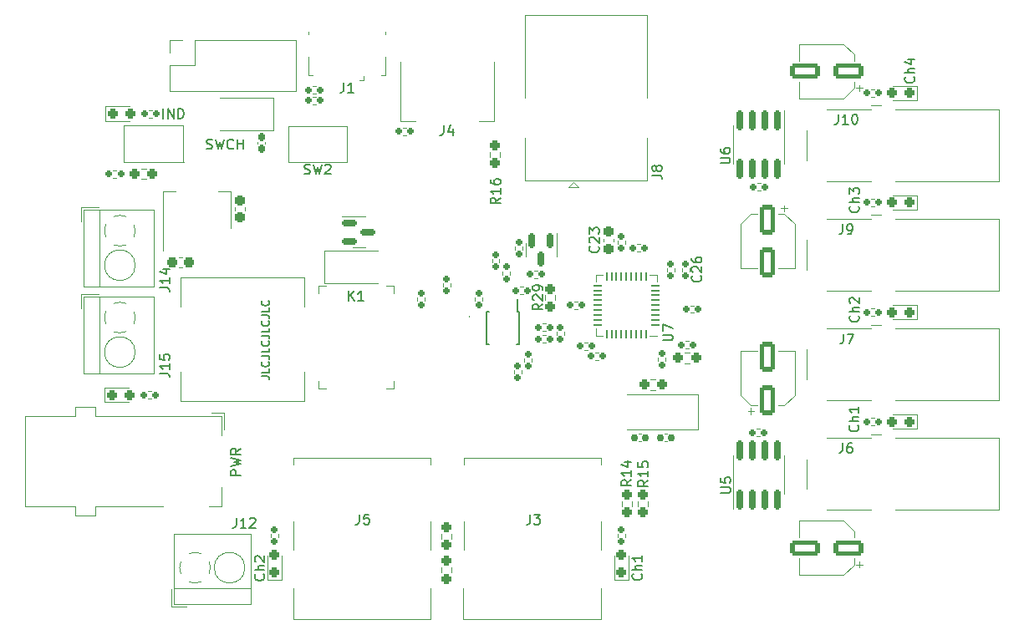
<source format=gto>
G04 #@! TF.GenerationSoftware,KiCad,Pcbnew,(6.0.2)*
G04 #@! TF.CreationDate,2022-10-12T22:23:14+11:00*
G04 #@! TF.ProjectId,usb_xwitch,7573625f-7877-4697-9463-682e6b696361,0.2*
G04 #@! TF.SameCoordinates,Original*
G04 #@! TF.FileFunction,Legend,Top*
G04 #@! TF.FilePolarity,Positive*
%FSLAX46Y46*%
G04 Gerber Fmt 4.6, Leading zero omitted, Abs format (unit mm)*
G04 Created by KiCad (PCBNEW (6.0.2)) date 2022-10-12 22:23:14*
%MOMM*%
%LPD*%
G01*
G04 APERTURE LIST*
G04 Aperture macros list*
%AMRoundRect*
0 Rectangle with rounded corners*
0 $1 Rounding radius*
0 $2 $3 $4 $5 $6 $7 $8 $9 X,Y pos of 4 corners*
0 Add a 4 corners polygon primitive as box body*
4,1,4,$2,$3,$4,$5,$6,$7,$8,$9,$2,$3,0*
0 Add four circle primitives for the rounded corners*
1,1,$1+$1,$2,$3*
1,1,$1+$1,$4,$5*
1,1,$1+$1,$6,$7*
1,1,$1+$1,$8,$9*
0 Add four rect primitives between the rounded corners*
20,1,$1+$1,$2,$3,$4,$5,0*
20,1,$1+$1,$4,$5,$6,$7,0*
20,1,$1+$1,$6,$7,$8,$9,0*
20,1,$1+$1,$8,$9,$2,$3,0*%
G04 Aperture macros list end*
%ADD10C,0.150000*%
%ADD11C,0.120000*%
%ADD12C,6.400000*%
%ADD13RoundRect,0.062500X0.350000X0.062500X-0.350000X0.062500X-0.350000X-0.062500X0.350000X-0.062500X0*%
%ADD14RoundRect,0.062500X0.062500X0.350000X-0.062500X0.350000X-0.062500X-0.350000X0.062500X-0.350000X0*%
%ADD15R,3.700000X3.700000*%
%ADD16R,1.600000X1.600000*%
%ADD17C,1.600000*%
%ADD18C,2.150000*%
%ADD19RoundRect,0.237500X0.237500X-0.250000X0.237500X0.250000X-0.237500X0.250000X-0.237500X-0.250000X0*%
%ADD20RoundRect,0.237500X0.300000X0.237500X-0.300000X0.237500X-0.300000X-0.237500X0.300000X-0.237500X0*%
%ADD21RoundRect,0.160000X-0.197500X-0.160000X0.197500X-0.160000X0.197500X0.160000X-0.197500X0.160000X0*%
%ADD22RoundRect,0.237500X0.250000X0.237500X-0.250000X0.237500X-0.250000X-0.237500X0.250000X-0.237500X0*%
%ADD23R,1.700000X1.700000*%
%ADD24C,1.700000*%
%ADD25C,3.500000*%
%ADD26RoundRect,0.155000X0.212500X0.155000X-0.212500X0.155000X-0.212500X-0.155000X0.212500X-0.155000X0*%
%ADD27RoundRect,0.250000X1.250000X0.550000X-1.250000X0.550000X-1.250000X-0.550000X1.250000X-0.550000X0*%
%ADD28RoundRect,0.237500X-0.237500X0.300000X-0.237500X-0.300000X0.237500X-0.300000X0.237500X0.300000X0*%
%ADD29RoundRect,0.150000X-0.150000X0.587500X-0.150000X-0.587500X0.150000X-0.587500X0.150000X0.587500X0*%
%ADD30RoundRect,0.155000X-0.212500X-0.155000X0.212500X-0.155000X0.212500X0.155000X-0.212500X0.155000X0*%
%ADD31RoundRect,0.160000X0.197500X0.160000X-0.197500X0.160000X-0.197500X-0.160000X0.197500X-0.160000X0*%
%ADD32R,2.000000X4.600000*%
%ADD33O,2.000000X4.200000*%
%ADD34O,4.200000X2.000000*%
%ADD35RoundRect,0.160000X-0.160000X0.197500X-0.160000X-0.197500X0.160000X-0.197500X0.160000X0.197500X0*%
%ADD36RoundRect,0.237500X0.287500X0.237500X-0.287500X0.237500X-0.287500X-0.237500X0.287500X-0.237500X0*%
%ADD37RoundRect,0.160000X0.160000X-0.197500X0.160000X0.197500X-0.160000X0.197500X-0.160000X-0.197500X0*%
%ADD38RoundRect,0.150000X-0.587500X-0.150000X0.587500X-0.150000X0.587500X0.150000X-0.587500X0.150000X0*%
%ADD39R,1.500000X2.000000*%
%ADD40R,3.800000X2.000000*%
%ADD41R,1.250000X0.300000*%
%ADD42R,0.300000X1.200000*%
%ADD43R,0.725000X0.225000*%
%ADD44RoundRect,0.237500X-0.237500X0.250000X-0.237500X-0.250000X0.237500X-0.250000X0.237500X0.250000X0*%
%ADD45RoundRect,0.160000X0.160000X-0.222500X0.160000X0.222500X-0.160000X0.222500X-0.160000X-0.222500X0*%
%ADD46RoundRect,0.237500X0.237500X-0.300000X0.237500X0.300000X-0.237500X0.300000X-0.237500X-0.300000X0*%
%ADD47R,2.500000X1.800000*%
%ADD48R,0.400000X1.350000*%
%ADD49C,1.450000*%
%ADD50O,1.200000X1.900000*%
%ADD51R,1.500000X1.900000*%
%ADD52R,1.200000X1.900000*%
%ADD53RoundRect,0.237500X0.237500X-0.287500X0.237500X0.287500X-0.237500X0.287500X-0.237500X-0.287500X0*%
%ADD54RoundRect,0.237500X-0.250000X-0.237500X0.250000X-0.237500X0.250000X0.237500X-0.250000X0.237500X0*%
%ADD55RoundRect,0.250000X0.550000X-1.250000X0.550000X1.250000X-0.550000X1.250000X-0.550000X-1.250000X0*%
%ADD56O,0.950000X0.650000*%
%ADD57C,0.650000*%
%ADD58R,0.300000X0.700000*%
%ADD59O,0.800000X1.400000*%
%ADD60RoundRect,0.237500X-0.287500X-0.237500X0.287500X-0.237500X0.287500X0.237500X-0.287500X0.237500X0*%
%ADD61RoundRect,0.150000X0.150000X-0.825000X0.150000X0.825000X-0.150000X0.825000X-0.150000X-0.825000X0*%
%ADD62R,2.000000X1.500000*%
%ADD63C,1.200000*%
%ADD64R,2.900000X5.400000*%
%ADD65RoundRect,0.250000X-0.550000X1.250000X-0.550000X-1.250000X0.550000X-1.250000X0.550000X1.250000X0*%
%ADD66R,3.500000X2.400000*%
%ADD67R,2.660000X0.800000*%
%ADD68R,2.400000X2.400000*%
%ADD69C,2.400000*%
%ADD70O,1.700000X1.700000*%
%ADD71RoundRect,0.150000X-0.150000X0.825000X-0.150000X-0.825000X0.150000X-0.825000X0.150000X0.825000X0*%
%ADD72R,0.300000X1.400000*%
G04 APERTURE END LIST*
D10*
X114652380Y-125033333D02*
X113652380Y-125033333D01*
X113652380Y-124652380D01*
X113700000Y-124557142D01*
X113747619Y-124509523D01*
X113842857Y-124461904D01*
X113985714Y-124461904D01*
X114080952Y-124509523D01*
X114128571Y-124557142D01*
X114176190Y-124652380D01*
X114176190Y-125033333D01*
X113652380Y-124128571D02*
X114652380Y-123890476D01*
X113938095Y-123700000D01*
X114652380Y-123509523D01*
X113652380Y-123271428D01*
X114652380Y-122319047D02*
X114176190Y-122652380D01*
X114652380Y-122890476D02*
X113652380Y-122890476D01*
X113652380Y-122509523D01*
X113700000Y-122414285D01*
X113747619Y-122366666D01*
X113842857Y-122319047D01*
X113985714Y-122319047D01*
X114080952Y-122366666D01*
X114128571Y-122414285D01*
X114176190Y-122509523D01*
X114176190Y-122890476D01*
X177157142Y-119969047D02*
X177204761Y-120016666D01*
X177252380Y-120159523D01*
X177252380Y-120254761D01*
X177204761Y-120397619D01*
X177109523Y-120492857D01*
X177014285Y-120540476D01*
X176823809Y-120588095D01*
X176680952Y-120588095D01*
X176490476Y-120540476D01*
X176395238Y-120492857D01*
X176300000Y-120397619D01*
X176252380Y-120254761D01*
X176252380Y-120159523D01*
X176300000Y-120016666D01*
X176347619Y-119969047D01*
X177252380Y-119540476D02*
X176252380Y-119540476D01*
X177252380Y-119111904D02*
X176728571Y-119111904D01*
X176633333Y-119159523D01*
X176585714Y-119254761D01*
X176585714Y-119397619D01*
X176633333Y-119492857D01*
X176680952Y-119540476D01*
X177252380Y-118111904D02*
X177252380Y-118683333D01*
X177252380Y-118397619D02*
X176252380Y-118397619D01*
X176395238Y-118492857D01*
X176490476Y-118588095D01*
X176538095Y-118683333D01*
X116721904Y-114995238D02*
X117293333Y-114995238D01*
X117407619Y-115033333D01*
X117483809Y-115109523D01*
X117521904Y-115223809D01*
X117521904Y-115300000D01*
X117521904Y-114233333D02*
X117521904Y-114614285D01*
X116721904Y-114614285D01*
X117445714Y-113509523D02*
X117483809Y-113547619D01*
X117521904Y-113661904D01*
X117521904Y-113738095D01*
X117483809Y-113852380D01*
X117407619Y-113928571D01*
X117331428Y-113966666D01*
X117179047Y-114004761D01*
X117064761Y-114004761D01*
X116912380Y-113966666D01*
X116836190Y-113928571D01*
X116760000Y-113852380D01*
X116721904Y-113738095D01*
X116721904Y-113661904D01*
X116760000Y-113547619D01*
X116798095Y-113509523D01*
X116721904Y-112938095D02*
X117293333Y-112938095D01*
X117407619Y-112976190D01*
X117483809Y-113052380D01*
X117521904Y-113166666D01*
X117521904Y-113242857D01*
X117521904Y-112176190D02*
X117521904Y-112557142D01*
X116721904Y-112557142D01*
X117445714Y-111452380D02*
X117483809Y-111490476D01*
X117521904Y-111604761D01*
X117521904Y-111680952D01*
X117483809Y-111795238D01*
X117407619Y-111871428D01*
X117331428Y-111909523D01*
X117179047Y-111947619D01*
X117064761Y-111947619D01*
X116912380Y-111909523D01*
X116836190Y-111871428D01*
X116760000Y-111795238D01*
X116721904Y-111680952D01*
X116721904Y-111604761D01*
X116760000Y-111490476D01*
X116798095Y-111452380D01*
X116721904Y-110880952D02*
X117293333Y-110880952D01*
X117407619Y-110919047D01*
X117483809Y-110995238D01*
X117521904Y-111109523D01*
X117521904Y-111185714D01*
X117521904Y-110119047D02*
X117521904Y-110500000D01*
X116721904Y-110500000D01*
X117445714Y-109395238D02*
X117483809Y-109433333D01*
X117521904Y-109547619D01*
X117521904Y-109623809D01*
X117483809Y-109738095D01*
X117407619Y-109814285D01*
X117331428Y-109852380D01*
X117179047Y-109890476D01*
X117064761Y-109890476D01*
X116912380Y-109852380D01*
X116836190Y-109814285D01*
X116760000Y-109738095D01*
X116721904Y-109623809D01*
X116721904Y-109547619D01*
X116760000Y-109433333D01*
X116798095Y-109395238D01*
X116721904Y-108823809D02*
X117293333Y-108823809D01*
X117407619Y-108861904D01*
X117483809Y-108938095D01*
X117521904Y-109052380D01*
X117521904Y-109128571D01*
X117521904Y-108061904D02*
X117521904Y-108442857D01*
X116721904Y-108442857D01*
X117445714Y-107338095D02*
X117483809Y-107376190D01*
X117521904Y-107490476D01*
X117521904Y-107566666D01*
X117483809Y-107680952D01*
X117407619Y-107757142D01*
X117331428Y-107795238D01*
X117179047Y-107833333D01*
X117064761Y-107833333D01*
X116912380Y-107795238D01*
X116836190Y-107757142D01*
X116760000Y-107680952D01*
X116721904Y-107566666D01*
X116721904Y-107490476D01*
X116760000Y-107376190D01*
X116798095Y-107338095D01*
X177207142Y-97769047D02*
X177254761Y-97816666D01*
X177302380Y-97959523D01*
X177302380Y-98054761D01*
X177254761Y-98197619D01*
X177159523Y-98292857D01*
X177064285Y-98340476D01*
X176873809Y-98388095D01*
X176730952Y-98388095D01*
X176540476Y-98340476D01*
X176445238Y-98292857D01*
X176350000Y-98197619D01*
X176302380Y-98054761D01*
X176302380Y-97959523D01*
X176350000Y-97816666D01*
X176397619Y-97769047D01*
X177302380Y-97340476D02*
X176302380Y-97340476D01*
X177302380Y-96911904D02*
X176778571Y-96911904D01*
X176683333Y-96959523D01*
X176635714Y-97054761D01*
X176635714Y-97197619D01*
X176683333Y-97292857D01*
X176730952Y-97340476D01*
X176302380Y-96530952D02*
X176302380Y-95911904D01*
X176683333Y-96245238D01*
X176683333Y-96102380D01*
X176730952Y-96007142D01*
X176778571Y-95959523D01*
X176873809Y-95911904D01*
X177111904Y-95911904D01*
X177207142Y-95959523D01*
X177254761Y-96007142D01*
X177302380Y-96102380D01*
X177302380Y-96388095D01*
X177254761Y-96483333D01*
X177207142Y-96530952D01*
X155207142Y-135019047D02*
X155254761Y-135066666D01*
X155302380Y-135209523D01*
X155302380Y-135304761D01*
X155254761Y-135447619D01*
X155159523Y-135542857D01*
X155064285Y-135590476D01*
X154873809Y-135638095D01*
X154730952Y-135638095D01*
X154540476Y-135590476D01*
X154445238Y-135542857D01*
X154350000Y-135447619D01*
X154302380Y-135304761D01*
X154302380Y-135209523D01*
X154350000Y-135066666D01*
X154397619Y-135019047D01*
X155302380Y-134590476D02*
X154302380Y-134590476D01*
X155302380Y-134161904D02*
X154778571Y-134161904D01*
X154683333Y-134209523D01*
X154635714Y-134304761D01*
X154635714Y-134447619D01*
X154683333Y-134542857D01*
X154730952Y-134590476D01*
X155302380Y-133161904D02*
X155302380Y-133733333D01*
X155302380Y-133447619D02*
X154302380Y-133447619D01*
X154445238Y-133542857D01*
X154540476Y-133638095D01*
X154588095Y-133733333D01*
X111179047Y-91934761D02*
X111321904Y-91982380D01*
X111560000Y-91982380D01*
X111655238Y-91934761D01*
X111702857Y-91887142D01*
X111750476Y-91791904D01*
X111750476Y-91696666D01*
X111702857Y-91601428D01*
X111655238Y-91553809D01*
X111560000Y-91506190D01*
X111369523Y-91458571D01*
X111274285Y-91410952D01*
X111226666Y-91363333D01*
X111179047Y-91268095D01*
X111179047Y-91172857D01*
X111226666Y-91077619D01*
X111274285Y-91030000D01*
X111369523Y-90982380D01*
X111607619Y-90982380D01*
X111750476Y-91030000D01*
X112083809Y-90982380D02*
X112321904Y-91982380D01*
X112512380Y-91268095D01*
X112702857Y-91982380D01*
X112940952Y-90982380D01*
X113893333Y-91887142D02*
X113845714Y-91934761D01*
X113702857Y-91982380D01*
X113607619Y-91982380D01*
X113464761Y-91934761D01*
X113369523Y-91839523D01*
X113321904Y-91744285D01*
X113274285Y-91553809D01*
X113274285Y-91410952D01*
X113321904Y-91220476D01*
X113369523Y-91125238D01*
X113464761Y-91030000D01*
X113607619Y-90982380D01*
X113702857Y-90982380D01*
X113845714Y-91030000D01*
X113893333Y-91077619D01*
X114321904Y-91982380D02*
X114321904Y-90982380D01*
X114321904Y-91458571D02*
X114893333Y-91458571D01*
X114893333Y-91982380D02*
X114893333Y-90982380D01*
X182807142Y-84669047D02*
X182854761Y-84716666D01*
X182902380Y-84859523D01*
X182902380Y-84954761D01*
X182854761Y-85097619D01*
X182759523Y-85192857D01*
X182664285Y-85240476D01*
X182473809Y-85288095D01*
X182330952Y-85288095D01*
X182140476Y-85240476D01*
X182045238Y-85192857D01*
X181950000Y-85097619D01*
X181902380Y-84954761D01*
X181902380Y-84859523D01*
X181950000Y-84716666D01*
X181997619Y-84669047D01*
X182902380Y-84240476D02*
X181902380Y-84240476D01*
X182902380Y-83811904D02*
X182378571Y-83811904D01*
X182283333Y-83859523D01*
X182235714Y-83954761D01*
X182235714Y-84097619D01*
X182283333Y-84192857D01*
X182330952Y-84240476D01*
X182235714Y-82907142D02*
X182902380Y-82907142D01*
X181854761Y-83145238D02*
X182569047Y-83383333D01*
X182569047Y-82764285D01*
X177207142Y-108869047D02*
X177254761Y-108916666D01*
X177302380Y-109059523D01*
X177302380Y-109154761D01*
X177254761Y-109297619D01*
X177159523Y-109392857D01*
X177064285Y-109440476D01*
X176873809Y-109488095D01*
X176730952Y-109488095D01*
X176540476Y-109440476D01*
X176445238Y-109392857D01*
X176350000Y-109297619D01*
X176302380Y-109154761D01*
X176302380Y-109059523D01*
X176350000Y-108916666D01*
X176397619Y-108869047D01*
X177302380Y-108440476D02*
X176302380Y-108440476D01*
X177302380Y-108011904D02*
X176778571Y-108011904D01*
X176683333Y-108059523D01*
X176635714Y-108154761D01*
X176635714Y-108297619D01*
X176683333Y-108392857D01*
X176730952Y-108440476D01*
X176397619Y-107583333D02*
X176350000Y-107535714D01*
X176302380Y-107440476D01*
X176302380Y-107202380D01*
X176350000Y-107107142D01*
X176397619Y-107059523D01*
X176492857Y-107011904D01*
X176588095Y-107011904D01*
X176730952Y-107059523D01*
X177302380Y-107630952D01*
X177302380Y-107011904D01*
X106786190Y-88882380D02*
X106786190Y-87882380D01*
X107262380Y-88882380D02*
X107262380Y-87882380D01*
X107833809Y-88882380D01*
X107833809Y-87882380D01*
X108310000Y-88882380D02*
X108310000Y-87882380D01*
X108548095Y-87882380D01*
X108690952Y-87930000D01*
X108786190Y-88025238D01*
X108833809Y-88120476D01*
X108881428Y-88310952D01*
X108881428Y-88453809D01*
X108833809Y-88644285D01*
X108786190Y-88739523D01*
X108690952Y-88834761D01*
X108548095Y-88882380D01*
X108310000Y-88882380D01*
X116957142Y-135069047D02*
X117004761Y-135116666D01*
X117052380Y-135259523D01*
X117052380Y-135354761D01*
X117004761Y-135497619D01*
X116909523Y-135592857D01*
X116814285Y-135640476D01*
X116623809Y-135688095D01*
X116480952Y-135688095D01*
X116290476Y-135640476D01*
X116195238Y-135592857D01*
X116100000Y-135497619D01*
X116052380Y-135354761D01*
X116052380Y-135259523D01*
X116100000Y-135116666D01*
X116147619Y-135069047D01*
X117052380Y-134640476D02*
X116052380Y-134640476D01*
X117052380Y-134211904D02*
X116528571Y-134211904D01*
X116433333Y-134259523D01*
X116385714Y-134354761D01*
X116385714Y-134497619D01*
X116433333Y-134592857D01*
X116480952Y-134640476D01*
X116147619Y-133783333D02*
X116100000Y-133735714D01*
X116052380Y-133640476D01*
X116052380Y-133402380D01*
X116100000Y-133307142D01*
X116147619Y-133259523D01*
X116242857Y-133211904D01*
X116338095Y-133211904D01*
X116480952Y-133259523D01*
X117052380Y-133830952D01*
X117052380Y-133211904D01*
X157402380Y-111361904D02*
X158211904Y-111361904D01*
X158307142Y-111314285D01*
X158354761Y-111266666D01*
X158402380Y-111171428D01*
X158402380Y-110980952D01*
X158354761Y-110885714D01*
X158307142Y-110838095D01*
X158211904Y-110790476D01*
X157402380Y-110790476D01*
X157402380Y-110409523D02*
X157402380Y-109742857D01*
X158402380Y-110171428D01*
X175606666Y-121752380D02*
X175606666Y-122466666D01*
X175559047Y-122609523D01*
X175463809Y-122704761D01*
X175320952Y-122752380D01*
X175225714Y-122752380D01*
X176511428Y-121752380D02*
X176320952Y-121752380D01*
X176225714Y-121800000D01*
X176178095Y-121847619D01*
X176082857Y-121990476D01*
X176035238Y-122180952D01*
X176035238Y-122561904D01*
X176082857Y-122657142D01*
X176130476Y-122704761D01*
X176225714Y-122752380D01*
X176416190Y-122752380D01*
X176511428Y-122704761D01*
X176559047Y-122657142D01*
X176606666Y-122561904D01*
X176606666Y-122323809D01*
X176559047Y-122228571D01*
X176511428Y-122180952D01*
X176416190Y-122133333D01*
X176225714Y-122133333D01*
X176130476Y-122180952D01*
X176082857Y-122228571D01*
X176035238Y-122323809D01*
X145227380Y-107667857D02*
X144751190Y-108001190D01*
X145227380Y-108239285D02*
X144227380Y-108239285D01*
X144227380Y-107858333D01*
X144275000Y-107763095D01*
X144322619Y-107715476D01*
X144417857Y-107667857D01*
X144560714Y-107667857D01*
X144655952Y-107715476D01*
X144703571Y-107763095D01*
X144751190Y-107858333D01*
X144751190Y-108239285D01*
X144322619Y-107286904D02*
X144275000Y-107239285D01*
X144227380Y-107144047D01*
X144227380Y-106905952D01*
X144275000Y-106810714D01*
X144322619Y-106763095D01*
X144417857Y-106715476D01*
X144513095Y-106715476D01*
X144655952Y-106763095D01*
X145227380Y-107334523D01*
X145227380Y-106715476D01*
X145227380Y-106239285D02*
X145227380Y-106048809D01*
X145179761Y-105953571D01*
X145132142Y-105905952D01*
X144989285Y-105810714D01*
X144798809Y-105763095D01*
X144417857Y-105763095D01*
X144322619Y-105810714D01*
X144275000Y-105858333D01*
X144227380Y-105953571D01*
X144227380Y-106144047D01*
X144275000Y-106239285D01*
X144322619Y-106286904D01*
X144417857Y-106334523D01*
X144655952Y-106334523D01*
X144751190Y-106286904D01*
X144798809Y-106239285D01*
X144846428Y-106144047D01*
X144846428Y-105953571D01*
X144798809Y-105858333D01*
X144751190Y-105810714D01*
X144655952Y-105763095D01*
X156302380Y-94633333D02*
X157016666Y-94633333D01*
X157159523Y-94680952D01*
X157254761Y-94776190D01*
X157302380Y-94919047D01*
X157302380Y-95014285D01*
X156730952Y-94014285D02*
X156683333Y-94109523D01*
X156635714Y-94157142D01*
X156540476Y-94204761D01*
X156492857Y-94204761D01*
X156397619Y-94157142D01*
X156350000Y-94109523D01*
X156302380Y-94014285D01*
X156302380Y-93823809D01*
X156350000Y-93728571D01*
X156397619Y-93680952D01*
X156492857Y-93633333D01*
X156540476Y-93633333D01*
X156635714Y-93680952D01*
X156683333Y-93728571D01*
X156730952Y-93823809D01*
X156730952Y-94014285D01*
X156778571Y-94109523D01*
X156826190Y-94157142D01*
X156921428Y-94204761D01*
X157111904Y-94204761D01*
X157207142Y-94157142D01*
X157254761Y-94109523D01*
X157302380Y-94014285D01*
X157302380Y-93823809D01*
X157254761Y-93728571D01*
X157207142Y-93680952D01*
X157111904Y-93633333D01*
X156921428Y-93633333D01*
X156826190Y-93680952D01*
X156778571Y-93728571D01*
X156730952Y-93823809D01*
X154202380Y-125492857D02*
X153726190Y-125826190D01*
X154202380Y-126064285D02*
X153202380Y-126064285D01*
X153202380Y-125683333D01*
X153250000Y-125588095D01*
X153297619Y-125540476D01*
X153392857Y-125492857D01*
X153535714Y-125492857D01*
X153630952Y-125540476D01*
X153678571Y-125588095D01*
X153726190Y-125683333D01*
X153726190Y-126064285D01*
X154202380Y-124540476D02*
X154202380Y-125111904D01*
X154202380Y-124826190D02*
X153202380Y-124826190D01*
X153345238Y-124921428D01*
X153440476Y-125016666D01*
X153488095Y-125111904D01*
X153535714Y-123683333D02*
X154202380Y-123683333D01*
X153154761Y-123921428D02*
X153869047Y-124159523D01*
X153869047Y-123540476D01*
X140942380Y-96912857D02*
X140466190Y-97246190D01*
X140942380Y-97484285D02*
X139942380Y-97484285D01*
X139942380Y-97103333D01*
X139990000Y-97008095D01*
X140037619Y-96960476D01*
X140132857Y-96912857D01*
X140275714Y-96912857D01*
X140370952Y-96960476D01*
X140418571Y-97008095D01*
X140466190Y-97103333D01*
X140466190Y-97484285D01*
X140942380Y-95960476D02*
X140942380Y-96531904D01*
X140942380Y-96246190D02*
X139942380Y-96246190D01*
X140085238Y-96341428D01*
X140180476Y-96436666D01*
X140228095Y-96531904D01*
X139942380Y-95103333D02*
X139942380Y-95293809D01*
X139990000Y-95389047D01*
X140037619Y-95436666D01*
X140180476Y-95531904D01*
X140370952Y-95579523D01*
X140751904Y-95579523D01*
X140847142Y-95531904D01*
X140894761Y-95484285D01*
X140942380Y-95389047D01*
X140942380Y-95198571D01*
X140894761Y-95103333D01*
X140847142Y-95055714D01*
X140751904Y-95008095D01*
X140513809Y-95008095D01*
X140418571Y-95055714D01*
X140370952Y-95103333D01*
X140323333Y-95198571D01*
X140323333Y-95389047D01*
X140370952Y-95484285D01*
X140418571Y-95531904D01*
X140513809Y-95579523D01*
X175606666Y-99602380D02*
X175606666Y-100316666D01*
X175559047Y-100459523D01*
X175463809Y-100554761D01*
X175320952Y-100602380D01*
X175225714Y-100602380D01*
X176130476Y-100602380D02*
X176320952Y-100602380D01*
X176416190Y-100554761D01*
X176463809Y-100507142D01*
X176559047Y-100364285D01*
X176606666Y-100173809D01*
X176606666Y-99792857D01*
X176559047Y-99697619D01*
X176511428Y-99650000D01*
X176416190Y-99602380D01*
X176225714Y-99602380D01*
X176130476Y-99650000D01*
X176082857Y-99697619D01*
X176035238Y-99792857D01*
X176035238Y-100030952D01*
X176082857Y-100126190D01*
X176130476Y-100173809D01*
X176225714Y-100221428D01*
X176416190Y-100221428D01*
X176511428Y-100173809D01*
X176559047Y-100126190D01*
X176606666Y-100030952D01*
X150847142Y-101842857D02*
X150894761Y-101890476D01*
X150942380Y-102033333D01*
X150942380Y-102128571D01*
X150894761Y-102271428D01*
X150799523Y-102366666D01*
X150704285Y-102414285D01*
X150513809Y-102461904D01*
X150370952Y-102461904D01*
X150180476Y-102414285D01*
X150085238Y-102366666D01*
X149990000Y-102271428D01*
X149942380Y-102128571D01*
X149942380Y-102033333D01*
X149990000Y-101890476D01*
X150037619Y-101842857D01*
X150037619Y-101461904D02*
X149990000Y-101414285D01*
X149942380Y-101319047D01*
X149942380Y-101080952D01*
X149990000Y-100985714D01*
X150037619Y-100938095D01*
X150132857Y-100890476D01*
X150228095Y-100890476D01*
X150370952Y-100938095D01*
X150942380Y-101509523D01*
X150942380Y-100890476D01*
X149942380Y-100557142D02*
X149942380Y-99938095D01*
X150323333Y-100271428D01*
X150323333Y-100128571D01*
X150370952Y-100033333D01*
X150418571Y-99985714D01*
X150513809Y-99938095D01*
X150751904Y-99938095D01*
X150847142Y-99985714D01*
X150894761Y-100033333D01*
X150942380Y-100128571D01*
X150942380Y-100414285D01*
X150894761Y-100509523D01*
X150847142Y-100557142D01*
X175694166Y-110702380D02*
X175694166Y-111416666D01*
X175646547Y-111559523D01*
X175551309Y-111654761D01*
X175408452Y-111702380D01*
X175313214Y-111702380D01*
X176075119Y-110702380D02*
X176741785Y-110702380D01*
X176313214Y-111702380D01*
X125066666Y-85254880D02*
X125066666Y-85969166D01*
X125019047Y-86112023D01*
X124923809Y-86207261D01*
X124780952Y-86254880D01*
X124685714Y-86254880D01*
X126066666Y-86254880D02*
X125495238Y-86254880D01*
X125780952Y-86254880D02*
X125780952Y-85254880D01*
X125685714Y-85397738D01*
X125590476Y-85492976D01*
X125495238Y-85540595D01*
X135216666Y-89562380D02*
X135216666Y-90276666D01*
X135169047Y-90419523D01*
X135073809Y-90514761D01*
X134930952Y-90562380D01*
X134835714Y-90562380D01*
X136121428Y-89895714D02*
X136121428Y-90562380D01*
X135883333Y-89514761D02*
X135645238Y-90229047D01*
X136264285Y-90229047D01*
X163252380Y-126811904D02*
X164061904Y-126811904D01*
X164157142Y-126764285D01*
X164204761Y-126716666D01*
X164252380Y-126621428D01*
X164252380Y-126430952D01*
X164204761Y-126335714D01*
X164157142Y-126288095D01*
X164061904Y-126240476D01*
X163252380Y-126240476D01*
X163252380Y-125288095D02*
X163252380Y-125764285D01*
X163728571Y-125811904D01*
X163680952Y-125764285D01*
X163633333Y-125669047D01*
X163633333Y-125430952D01*
X163680952Y-125335714D01*
X163728571Y-125288095D01*
X163823809Y-125240476D01*
X164061904Y-125240476D01*
X164157142Y-125288095D01*
X164204761Y-125335714D01*
X164252380Y-125430952D01*
X164252380Y-125669047D01*
X164204761Y-125764285D01*
X164157142Y-125811904D01*
X121096666Y-94474761D02*
X121239523Y-94522380D01*
X121477619Y-94522380D01*
X121572857Y-94474761D01*
X121620476Y-94427142D01*
X121668095Y-94331904D01*
X121668095Y-94236666D01*
X121620476Y-94141428D01*
X121572857Y-94093809D01*
X121477619Y-94046190D01*
X121287142Y-93998571D01*
X121191904Y-93950952D01*
X121144285Y-93903333D01*
X121096666Y-93808095D01*
X121096666Y-93712857D01*
X121144285Y-93617619D01*
X121191904Y-93570000D01*
X121287142Y-93522380D01*
X121525238Y-93522380D01*
X121668095Y-93570000D01*
X122001428Y-93522380D02*
X122239523Y-94522380D01*
X122430000Y-93808095D01*
X122620476Y-94522380D01*
X122858571Y-93522380D01*
X123191904Y-93617619D02*
X123239523Y-93570000D01*
X123334761Y-93522380D01*
X123572857Y-93522380D01*
X123668095Y-93570000D01*
X123715714Y-93617619D01*
X123763333Y-93712857D01*
X123763333Y-93808095D01*
X123715714Y-93950952D01*
X123144285Y-94522380D01*
X123763333Y-94522380D01*
X143966666Y-129002380D02*
X143966666Y-129716666D01*
X143919047Y-129859523D01*
X143823809Y-129954761D01*
X143680952Y-130002380D01*
X143585714Y-130002380D01*
X144347619Y-129002380D02*
X144966666Y-129002380D01*
X144633333Y-129383333D01*
X144776190Y-129383333D01*
X144871428Y-129430952D01*
X144919047Y-129478571D01*
X144966666Y-129573809D01*
X144966666Y-129811904D01*
X144919047Y-129907142D01*
X144871428Y-129954761D01*
X144776190Y-130002380D01*
X144490476Y-130002380D01*
X144395238Y-129954761D01*
X144347619Y-129907142D01*
X125561904Y-107352380D02*
X125561904Y-106352380D01*
X126133333Y-107352380D02*
X125704761Y-106780952D01*
X126133333Y-106352380D02*
X125561904Y-106923809D01*
X127085714Y-107352380D02*
X126514285Y-107352380D01*
X126800000Y-107352380D02*
X126800000Y-106352380D01*
X126704761Y-106495238D01*
X126609523Y-106590476D01*
X126514285Y-106638095D01*
X106452380Y-106009523D02*
X107166666Y-106009523D01*
X107309523Y-106057142D01*
X107404761Y-106152380D01*
X107452380Y-106295238D01*
X107452380Y-106390476D01*
X107452380Y-105009523D02*
X107452380Y-105580952D01*
X107452380Y-105295238D02*
X106452380Y-105295238D01*
X106595238Y-105390476D01*
X106690476Y-105485714D01*
X106738095Y-105580952D01*
X106785714Y-104152380D02*
X107452380Y-104152380D01*
X106404761Y-104390476D02*
X107119047Y-104628571D01*
X107119047Y-104009523D01*
X175180476Y-88452380D02*
X175180476Y-89166666D01*
X175132857Y-89309523D01*
X175037619Y-89404761D01*
X174894761Y-89452380D01*
X174799523Y-89452380D01*
X176180476Y-89452380D02*
X175609047Y-89452380D01*
X175894761Y-89452380D02*
X175894761Y-88452380D01*
X175799523Y-88595238D01*
X175704285Y-88690476D01*
X175609047Y-88738095D01*
X176799523Y-88452380D02*
X176894761Y-88452380D01*
X176990000Y-88500000D01*
X177037619Y-88547619D01*
X177085238Y-88642857D01*
X177132857Y-88833333D01*
X177132857Y-89071428D01*
X177085238Y-89261904D01*
X177037619Y-89357142D01*
X176990000Y-89404761D01*
X176894761Y-89452380D01*
X176799523Y-89452380D01*
X176704285Y-89404761D01*
X176656666Y-89357142D01*
X176609047Y-89261904D01*
X176561428Y-89071428D01*
X176561428Y-88833333D01*
X176609047Y-88642857D01*
X176656666Y-88547619D01*
X176704285Y-88500000D01*
X176799523Y-88452380D01*
X161227142Y-104822857D02*
X161274761Y-104870476D01*
X161322380Y-105013333D01*
X161322380Y-105108571D01*
X161274761Y-105251428D01*
X161179523Y-105346666D01*
X161084285Y-105394285D01*
X160893809Y-105441904D01*
X160750952Y-105441904D01*
X160560476Y-105394285D01*
X160465238Y-105346666D01*
X160370000Y-105251428D01*
X160322380Y-105108571D01*
X160322380Y-105013333D01*
X160370000Y-104870476D01*
X160417619Y-104822857D01*
X160417619Y-104441904D02*
X160370000Y-104394285D01*
X160322380Y-104299047D01*
X160322380Y-104060952D01*
X160370000Y-103965714D01*
X160417619Y-103918095D01*
X160512857Y-103870476D01*
X160608095Y-103870476D01*
X160750952Y-103918095D01*
X161322380Y-104489523D01*
X161322380Y-103870476D01*
X160322380Y-103013333D02*
X160322380Y-103203809D01*
X160370000Y-103299047D01*
X160417619Y-103346666D01*
X160560476Y-103441904D01*
X160750952Y-103489523D01*
X161131904Y-103489523D01*
X161227142Y-103441904D01*
X161274761Y-103394285D01*
X161322380Y-103299047D01*
X161322380Y-103108571D01*
X161274761Y-103013333D01*
X161227142Y-102965714D01*
X161131904Y-102918095D01*
X160893809Y-102918095D01*
X160798571Y-102965714D01*
X160750952Y-103013333D01*
X160703333Y-103108571D01*
X160703333Y-103299047D01*
X160750952Y-103394285D01*
X160798571Y-103441904D01*
X160893809Y-103489523D01*
X114190476Y-129352380D02*
X114190476Y-130066666D01*
X114142857Y-130209523D01*
X114047619Y-130304761D01*
X113904761Y-130352380D01*
X113809523Y-130352380D01*
X115190476Y-130352380D02*
X114619047Y-130352380D01*
X114904761Y-130352380D02*
X114904761Y-129352380D01*
X114809523Y-129495238D01*
X114714285Y-129590476D01*
X114619047Y-129638095D01*
X115571428Y-129447619D02*
X115619047Y-129400000D01*
X115714285Y-129352380D01*
X115952380Y-129352380D01*
X116047619Y-129400000D01*
X116095238Y-129447619D01*
X116142857Y-129542857D01*
X116142857Y-129638095D01*
X116095238Y-129780952D01*
X115523809Y-130352380D01*
X116142857Y-130352380D01*
X126666666Y-129002380D02*
X126666666Y-129716666D01*
X126619047Y-129859523D01*
X126523809Y-129954761D01*
X126380952Y-130002380D01*
X126285714Y-130002380D01*
X127619047Y-129002380D02*
X127142857Y-129002380D01*
X127095238Y-129478571D01*
X127142857Y-129430952D01*
X127238095Y-129383333D01*
X127476190Y-129383333D01*
X127571428Y-129430952D01*
X127619047Y-129478571D01*
X127666666Y-129573809D01*
X127666666Y-129811904D01*
X127619047Y-129907142D01*
X127571428Y-129954761D01*
X127476190Y-130002380D01*
X127238095Y-130002380D01*
X127142857Y-129954761D01*
X127095238Y-129907142D01*
X155902380Y-125542857D02*
X155426190Y-125876190D01*
X155902380Y-126114285D02*
X154902380Y-126114285D01*
X154902380Y-125733333D01*
X154950000Y-125638095D01*
X154997619Y-125590476D01*
X155092857Y-125542857D01*
X155235714Y-125542857D01*
X155330952Y-125590476D01*
X155378571Y-125638095D01*
X155426190Y-125733333D01*
X155426190Y-126114285D01*
X155902380Y-124590476D02*
X155902380Y-125161904D01*
X155902380Y-124876190D02*
X154902380Y-124876190D01*
X155045238Y-124971428D01*
X155140476Y-125066666D01*
X155188095Y-125161904D01*
X154902380Y-123685714D02*
X154902380Y-124161904D01*
X155378571Y-124209523D01*
X155330952Y-124161904D01*
X155283333Y-124066666D01*
X155283333Y-123828571D01*
X155330952Y-123733333D01*
X155378571Y-123685714D01*
X155473809Y-123638095D01*
X155711904Y-123638095D01*
X155807142Y-123685714D01*
X155854761Y-123733333D01*
X155902380Y-123828571D01*
X155902380Y-124066666D01*
X155854761Y-124161904D01*
X155807142Y-124209523D01*
X106452380Y-114709523D02*
X107166666Y-114709523D01*
X107309523Y-114757142D01*
X107404761Y-114852380D01*
X107452380Y-114995238D01*
X107452380Y-115090476D01*
X107452380Y-113709523D02*
X107452380Y-114280952D01*
X107452380Y-113995238D02*
X106452380Y-113995238D01*
X106595238Y-114090476D01*
X106690476Y-114185714D01*
X106738095Y-114280952D01*
X106452380Y-112804761D02*
X106452380Y-113280952D01*
X106928571Y-113328571D01*
X106880952Y-113280952D01*
X106833333Y-113185714D01*
X106833333Y-112947619D01*
X106880952Y-112852380D01*
X106928571Y-112804761D01*
X107023809Y-112757142D01*
X107261904Y-112757142D01*
X107357142Y-112804761D01*
X107404761Y-112852380D01*
X107452380Y-112947619D01*
X107452380Y-113185714D01*
X107404761Y-113280952D01*
X107357142Y-113328571D01*
X163202380Y-93411904D02*
X164011904Y-93411904D01*
X164107142Y-93364285D01*
X164154761Y-93316666D01*
X164202380Y-93221428D01*
X164202380Y-93030952D01*
X164154761Y-92935714D01*
X164107142Y-92888095D01*
X164011904Y-92840476D01*
X163202380Y-92840476D01*
X163202380Y-91935714D02*
X163202380Y-92126190D01*
X163250000Y-92221428D01*
X163297619Y-92269047D01*
X163440476Y-92364285D01*
X163630952Y-92411904D01*
X164011904Y-92411904D01*
X164107142Y-92364285D01*
X164154761Y-92316666D01*
X164202380Y-92221428D01*
X164202380Y-92030952D01*
X164154761Y-91935714D01*
X164107142Y-91888095D01*
X164011904Y-91840476D01*
X163773809Y-91840476D01*
X163678571Y-91888095D01*
X163630952Y-91935714D01*
X163583333Y-92030952D01*
X163583333Y-92221428D01*
X163630952Y-92316666D01*
X163678571Y-92364285D01*
X163773809Y-92411904D01*
D11*
X151315000Y-104690000D02*
X150590000Y-104690000D01*
X156810000Y-104690000D02*
X156810000Y-105415000D01*
X156085000Y-110910000D02*
X156810000Y-110910000D01*
X151315000Y-110910000D02*
X150590000Y-110910000D01*
X156085000Y-104690000D02*
X156810000Y-104690000D01*
X150590000Y-110910000D02*
X150590000Y-110185000D01*
X150590000Y-104690000D02*
X150590000Y-105415000D01*
X191430000Y-121250000D02*
X180980000Y-121250000D01*
X178480000Y-121250000D02*
X173980000Y-121250000D01*
X178480000Y-128550000D02*
X173980000Y-128550000D01*
X191430000Y-128550000D02*
X180980000Y-128550000D01*
X171930000Y-126400000D02*
X171930000Y-123400000D01*
X191430000Y-128550000D02*
X191430000Y-121250000D01*
X179500000Y-120870000D02*
X178500000Y-120870000D01*
X146472500Y-107304724D02*
X146472500Y-106795276D01*
X145427500Y-107304724D02*
X145427500Y-106795276D01*
X108696267Y-103954000D02*
X108403733Y-103954000D01*
X108696267Y-102934000D02*
X108403733Y-102934000D01*
X149482379Y-111570000D02*
X149817621Y-111570000D01*
X149482379Y-112330000D02*
X149817621Y-112330000D01*
X160104724Y-113672500D02*
X159595276Y-113672500D01*
X160104724Y-112627500D02*
X159595276Y-112627500D01*
X160207379Y-108580000D02*
X160542621Y-108580000D01*
X160207379Y-107820000D02*
X160542621Y-107820000D01*
X143440000Y-95127500D02*
X155760000Y-95127500D01*
X143440000Y-90867500D02*
X143440000Y-95127500D01*
X143440000Y-86767500D02*
X143440000Y-78407500D01*
X147850000Y-95847500D02*
X148850000Y-95847500D01*
X155760000Y-78407500D02*
X155760000Y-86767500D01*
X148350000Y-95347500D02*
X147850000Y-95847500D01*
X148850000Y-95847500D02*
X148350000Y-95347500D01*
X143440000Y-78407500D02*
X155760000Y-78407500D01*
X155760000Y-95127500D02*
X155760000Y-90867500D01*
X157815835Y-120840000D02*
X157584165Y-120840000D01*
X157815835Y-121560000D02*
X157584165Y-121560000D01*
X171240000Y-135160000D02*
X171240000Y-133460000D01*
X176760000Y-134095563D02*
X176760000Y-133460000D01*
X176760000Y-130704437D02*
X176760000Y-131340000D01*
X175695563Y-135160000D02*
X171240000Y-135160000D01*
X177625000Y-134085000D02*
X177000000Y-134085000D01*
X176760000Y-130704437D02*
X175695563Y-129640000D01*
X176760000Y-134095563D02*
X175695563Y-135160000D01*
X177312500Y-134397500D02*
X177312500Y-133772500D01*
X175695563Y-129640000D02*
X171240000Y-129640000D01*
X171240000Y-129640000D02*
X171240000Y-131340000D01*
X153227500Y-128154724D02*
X153227500Y-127645276D01*
X154272500Y-128154724D02*
X154272500Y-127645276D01*
X114090000Y-97897733D02*
X114090000Y-98190267D01*
X115110000Y-97897733D02*
X115110000Y-98190267D01*
X146610000Y-102200000D02*
X146610000Y-102850000D01*
X143490000Y-102200000D02*
X143490000Y-102850000D01*
X146610000Y-102200000D02*
X146610000Y-100525000D01*
X143490000Y-102200000D02*
X143490000Y-101550000D01*
X121932379Y-85620000D02*
X122267621Y-85620000D01*
X121932379Y-86380000D02*
X122267621Y-86380000D01*
X154934165Y-120840000D02*
X155165835Y-120840000D01*
X154934165Y-121560000D02*
X155165835Y-121560000D01*
X145547621Y-110420000D02*
X145212379Y-110420000D01*
X145547621Y-109660000D02*
X145212379Y-109660000D01*
X150867621Y-112570000D02*
X150532379Y-112570000D01*
X150867621Y-113330000D02*
X150532379Y-113330000D01*
X97891500Y-119002000D02*
X97891500Y-118102000D01*
X99891500Y-129102000D02*
X99891500Y-128202000D01*
X112691500Y-126202000D02*
X112691500Y-128202000D01*
X112991500Y-118702000D02*
X111691500Y-118702000D01*
X106791500Y-128202000D02*
X99891500Y-128202000D01*
X97891500Y-129102000D02*
X97891500Y-128202000D01*
X97891500Y-119002000D02*
X92791500Y-119002000D01*
X99891500Y-119002000D02*
X112691500Y-119002000D01*
X112691500Y-119002000D02*
X112691500Y-121002000D01*
X97891500Y-128202000D02*
X92791500Y-128202000D01*
X92791500Y-128202000D02*
X92791500Y-119002000D01*
X99891500Y-129102000D02*
X97891500Y-129102000D01*
X99891500Y-119002000D02*
X99891500Y-118102000D01*
X112691500Y-128202000D02*
X111391500Y-128202000D01*
X112991500Y-120402000D02*
X112991500Y-118702000D01*
X99891500Y-118102000D02*
X97891500Y-118102000D01*
X118430000Y-130982379D02*
X118430000Y-131317621D01*
X117670000Y-130982379D02*
X117670000Y-131317621D01*
X178482379Y-119980000D02*
X178817621Y-119980000D01*
X178482379Y-119220000D02*
X178817621Y-119220000D01*
X142310000Y-114402379D02*
X142310000Y-114737621D01*
X143070000Y-114402379D02*
X143070000Y-114737621D01*
X153580000Y-130982379D02*
X153580000Y-131317621D01*
X152820000Y-130982379D02*
X152820000Y-131317621D01*
X183160000Y-98135000D02*
X183160000Y-96665000D01*
X183160000Y-96665000D02*
X180700000Y-96665000D01*
X180700000Y-98135000D02*
X183160000Y-98135000D01*
X140090000Y-103437621D02*
X140090000Y-103102379D01*
X140850000Y-103437621D02*
X140850000Y-103102379D01*
X183160000Y-87035000D02*
X183160000Y-85565000D01*
X183160000Y-85565000D02*
X180700000Y-85565000D01*
X180700000Y-87035000D02*
X183160000Y-87035000D01*
X140902500Y-92764724D02*
X140902500Y-92255276D01*
X139857500Y-92764724D02*
X139857500Y-92255276D01*
X146650000Y-110472379D02*
X146650000Y-110807621D01*
X147410000Y-110472379D02*
X147410000Y-110807621D01*
X126600000Y-98840000D02*
X124925000Y-98840000D01*
X126600000Y-98840000D02*
X127250000Y-98840000D01*
X126600000Y-101960000D02*
X125950000Y-101960000D01*
X126600000Y-101960000D02*
X127250000Y-101960000D01*
X113610000Y-96234000D02*
X112350000Y-96234000D01*
X106790000Y-102244000D02*
X106790000Y-96234000D01*
X113610000Y-99994000D02*
X113610000Y-96234000D01*
X106790000Y-96234000D02*
X108050000Y-96234000D01*
X141170000Y-104352379D02*
X141170000Y-104687621D01*
X141930000Y-104352379D02*
X141930000Y-104687621D01*
X139130000Y-107357621D02*
X139130000Y-107022379D01*
X138370000Y-107357621D02*
X138370000Y-107022379D01*
X137800000Y-108900000D02*
X137800000Y-108925000D01*
X191430000Y-99050000D02*
X180980000Y-99050000D01*
X171930000Y-104200000D02*
X171930000Y-101200000D01*
X191430000Y-106350000D02*
X180980000Y-106350000D01*
X178480000Y-106350000D02*
X173980000Y-106350000D01*
X191430000Y-106350000D02*
X191430000Y-99050000D01*
X179500000Y-98670000D02*
X178500000Y-98670000D01*
X178480000Y-99050000D02*
X173980000Y-99050000D01*
X136022500Y-134345276D02*
X136022500Y-134854724D01*
X134977500Y-134345276D02*
X134977500Y-134854724D01*
X183160000Y-107765000D02*
X180700000Y-107765000D01*
X180700000Y-109235000D02*
X183160000Y-109235000D01*
X183160000Y-109235000D02*
X183160000Y-107765000D01*
X116365000Y-91450200D02*
X116365000Y-91249800D01*
X117085000Y-91450200D02*
X117085000Y-91249800D01*
X102067621Y-94868000D02*
X101732379Y-94868000D01*
X102067621Y-94108000D02*
X101732379Y-94108000D01*
X105667621Y-88012000D02*
X105332379Y-88012000D01*
X105667621Y-88772000D02*
X105332379Y-88772000D01*
X143180000Y-102167621D02*
X143180000Y-101832379D01*
X142420000Y-102167621D02*
X142420000Y-101832379D01*
X142932379Y-106680000D02*
X143267621Y-106680000D01*
X142932379Y-105920000D02*
X143267621Y-105920000D01*
X151410000Y-101346267D02*
X151410000Y-101053733D01*
X152430000Y-101346267D02*
X152430000Y-101053733D01*
X166882379Y-121080000D02*
X167217621Y-121080000D01*
X166882379Y-120320000D02*
X167217621Y-120320000D01*
X134977500Y-130945276D02*
X134977500Y-131454724D01*
X136022500Y-130945276D02*
X136022500Y-131454724D01*
X152820000Y-101567621D02*
X152820000Y-101232379D01*
X153580000Y-101567621D02*
X153580000Y-101232379D01*
X144667621Y-105030000D02*
X144332379Y-105030000D01*
X144667621Y-104270000D02*
X144332379Y-104270000D01*
X105567621Y-116520000D02*
X105232379Y-116520000D01*
X105567621Y-117280000D02*
X105232379Y-117280000D01*
X135890000Y-105892621D02*
X135890000Y-105557379D01*
X135130000Y-105892621D02*
X135130000Y-105557379D01*
X123150000Y-102300000D02*
X123150000Y-105600000D01*
X123150000Y-105600000D02*
X128550000Y-105600000D01*
X123150000Y-102300000D02*
X128550000Y-102300000D01*
X178480000Y-117450000D02*
X173980000Y-117450000D01*
X191430000Y-117450000D02*
X191430000Y-110150000D01*
X171930000Y-115300000D02*
X171930000Y-112300000D01*
X191430000Y-117450000D02*
X180980000Y-117450000D01*
X178480000Y-110150000D02*
X173980000Y-110150000D01*
X191430000Y-110150000D02*
X180980000Y-110150000D01*
X179500000Y-109770000D02*
X178500000Y-109770000D01*
X129300000Y-80052500D02*
X129300000Y-80302500D01*
X129300000Y-82602500D02*
X129300000Y-84452500D01*
X127100000Y-85002500D02*
X126650000Y-85002500D01*
X121500000Y-82602500D02*
X121500000Y-84452500D01*
X121500000Y-80052500D02*
X121500000Y-80302500D01*
X121500000Y-84452500D02*
X121950000Y-84452500D01*
X127100000Y-85002500D02*
X127100000Y-84552500D01*
X129300000Y-84452500D02*
X128850000Y-84452500D01*
X117315000Y-133200000D02*
X117315000Y-135660000D01*
X118785000Y-135660000D02*
X118785000Y-133200000D01*
X117315000Y-135660000D02*
X118785000Y-135660000D01*
X156157776Y-116372500D02*
X156667224Y-116372500D01*
X156157776Y-115327500D02*
X156667224Y-115327500D01*
X166315000Y-118825000D02*
X166315000Y-118200000D01*
X170760000Y-112440000D02*
X169060000Y-112440000D01*
X165240000Y-112440000D02*
X166940000Y-112440000D01*
X166304437Y-117960000D02*
X165240000Y-116895563D01*
X165240000Y-116895563D02*
X165240000Y-112440000D01*
X170760000Y-116895563D02*
X170760000Y-112440000D01*
X166304437Y-117960000D02*
X166940000Y-117960000D01*
X169695563Y-117960000D02*
X169060000Y-117960000D01*
X166002500Y-118512500D02*
X166627500Y-118512500D01*
X169695563Y-117960000D02*
X170760000Y-116895563D01*
X140300000Y-89120000D02*
X140300000Y-83150000D01*
X130800000Y-89120000D02*
X130800000Y-83150000D01*
X140300000Y-89120000D02*
X138800000Y-89120000D01*
X132300000Y-89120000D02*
X130800000Y-89120000D01*
X100840000Y-116165000D02*
X100840000Y-117635000D01*
X100840000Y-117635000D02*
X103300000Y-117635000D01*
X103300000Y-116165000D02*
X100840000Y-116165000D01*
X164540000Y-125000000D02*
X164540000Y-128450000D01*
X169660000Y-125000000D02*
X169660000Y-126950000D01*
X164540000Y-125000000D02*
X164540000Y-123050000D01*
X169660000Y-125000000D02*
X169660000Y-123050000D01*
X117950000Y-90075000D02*
X112550000Y-90075000D01*
X117950000Y-90075000D02*
X117950000Y-86775000D01*
X117950000Y-86775000D02*
X112550000Y-86775000D01*
X119430000Y-89620000D02*
X125430000Y-89620000D01*
X125430000Y-89620000D02*
X125430000Y-93320000D01*
X119430000Y-93320000D02*
X119430000Y-89620000D01*
X125430000Y-93320000D02*
X119430000Y-93320000D01*
X151125000Y-139625000D02*
X151125000Y-136515000D01*
X137215000Y-132625000D02*
X137215000Y-129725000D01*
X151135000Y-132625000D02*
X151135000Y-129725000D01*
X137205000Y-139625000D02*
X151125000Y-139625000D01*
X137215000Y-123265000D02*
X137215000Y-123975000D01*
X151135000Y-123265000D02*
X151135000Y-123975000D01*
X137205000Y-139625000D02*
X137205000Y-136515000D01*
X137215000Y-123265000D02*
X151135000Y-123265000D01*
X183160000Y-118865000D02*
X180700000Y-118865000D01*
X183160000Y-120335000D02*
X183160000Y-118865000D01*
X180700000Y-120335000D02*
X183160000Y-120335000D01*
X152465000Y-135660000D02*
X153935000Y-135660000D01*
X153935000Y-135660000D02*
X153935000Y-133200000D01*
X152465000Y-133200000D02*
X152465000Y-135660000D01*
X121108000Y-114552000D02*
X121108000Y-117552000D01*
X108508000Y-104952000D02*
X121108000Y-104952000D01*
X121108000Y-104952000D02*
X121108000Y-107952000D01*
X121108000Y-117552000D02*
X108508000Y-117552000D01*
X108508000Y-107952000D02*
X108508000Y-104952000D01*
X108508000Y-117552000D02*
X108508000Y-114552000D01*
X154782379Y-101620000D02*
X155117621Y-101620000D01*
X154782379Y-102380000D02*
X155117621Y-102380000D01*
X145212379Y-111620000D02*
X145547621Y-111620000D01*
X145212379Y-110860000D02*
X145547621Y-110860000D01*
X169685000Y-97675000D02*
X169685000Y-98300000D01*
X165240000Y-104060000D02*
X166940000Y-104060000D01*
X166304437Y-98540000D02*
X165240000Y-99604437D01*
X166304437Y-98540000D02*
X166940000Y-98540000D01*
X169997500Y-97987500D02*
X169372500Y-97987500D01*
X170760000Y-99604437D02*
X170760000Y-104060000D01*
X165240000Y-99604437D02*
X165240000Y-104060000D01*
X169695563Y-98540000D02*
X169060000Y-98540000D01*
X169695563Y-98540000D02*
X170760000Y-99604437D01*
X170760000Y-104060000D02*
X169060000Y-104060000D01*
X159682379Y-111420000D02*
X160017621Y-111420000D01*
X159682379Y-112180000D02*
X160017621Y-112180000D01*
X153750000Y-120400000D02*
X161000000Y-120400000D01*
X161000000Y-116800000D02*
X153750000Y-116800000D01*
X161000000Y-120400000D02*
X161000000Y-116800000D01*
X167317621Y-95420000D02*
X166982379Y-95420000D01*
X167317621Y-96180000D02*
X166982379Y-96180000D01*
X148757621Y-107430000D02*
X148422379Y-107430000D01*
X148757621Y-108190000D02*
X148422379Y-108190000D01*
X144140000Y-113202379D02*
X144140000Y-113537621D01*
X143380000Y-113202379D02*
X143380000Y-113537621D01*
X178482379Y-85920000D02*
X178817621Y-85920000D01*
X178482379Y-86680000D02*
X178817621Y-86680000D01*
X129350000Y-105850000D02*
X130100000Y-105850000D01*
X130100000Y-105850000D02*
X130100000Y-106600000D01*
X122550000Y-116250000D02*
X123300000Y-116250000D01*
X122550000Y-115500000D02*
X122550000Y-116250000D01*
X129350000Y-116250000D02*
X130100000Y-116250000D01*
X123300000Y-105850000D02*
X122550000Y-105850000D01*
X122550000Y-105850000D02*
X122550000Y-106600000D01*
X130100000Y-115500000D02*
X130100000Y-116250000D01*
X105054724Y-93965500D02*
X104545276Y-93965500D01*
X105054724Y-95010500D02*
X104545276Y-95010500D01*
X100240000Y-97850000D02*
X98500000Y-97850000D01*
X100300000Y-98090000D02*
X100300000Y-105910000D01*
X105860000Y-105910000D02*
X98740000Y-105910000D01*
X98500000Y-97850000D02*
X98500000Y-99350000D01*
X105860000Y-98090000D02*
X105860000Y-105910000D01*
X98740000Y-98090000D02*
X98740000Y-105910000D01*
X105860000Y-98090000D02*
X98740000Y-98090000D01*
X100968000Y-99642000D02*
G75*
G03*
X100844507Y-100277011I1431988J-607998D01*
G01*
X103832000Y-100858000D02*
G75*
G03*
X103832109Y-99642258I-1432003J607999D01*
G01*
X100845000Y-100250000D02*
G75*
G03*
X100968615Y-100857587I1554997J-1D01*
G01*
X101792000Y-101682000D02*
G75*
G03*
X103007742Y-101682109I607999J1432003D01*
G01*
X103008000Y-98818000D02*
G75*
G03*
X101792258Y-98817891I-607999J-1432003D01*
G01*
X103955000Y-103750000D02*
G75*
G03*
X103955000Y-103750000I-1555000J0D01*
G01*
X158580000Y-104417621D02*
X158580000Y-104082379D01*
X157820000Y-104417621D02*
X157820000Y-104082379D01*
X191430000Y-95250000D02*
X191430000Y-87950000D01*
X191430000Y-95250000D02*
X180980000Y-95250000D01*
X178480000Y-87950000D02*
X173980000Y-87950000D01*
X179500000Y-87570000D02*
X178500000Y-87570000D01*
X178480000Y-95250000D02*
X173980000Y-95250000D01*
X191430000Y-87950000D02*
X180980000Y-87950000D01*
X171930000Y-93100000D02*
X171930000Y-90100000D01*
X171240000Y-86860000D02*
X171240000Y-85160000D01*
X176760000Y-82404437D02*
X175695563Y-81340000D01*
X176760000Y-85795563D02*
X175695563Y-86860000D01*
X171240000Y-81340000D02*
X171240000Y-83040000D01*
X176760000Y-82404437D02*
X176760000Y-83040000D01*
X177312500Y-86097500D02*
X177312500Y-85472500D01*
X177625000Y-85785000D02*
X177000000Y-85785000D01*
X176760000Y-85795563D02*
X176760000Y-85160000D01*
X175695563Y-86860000D02*
X171240000Y-86860000D01*
X175695563Y-81340000D02*
X171240000Y-81340000D01*
X159340000Y-104417621D02*
X159340000Y-104082379D01*
X160100000Y-104417621D02*
X160100000Y-104082379D01*
X102800000Y-93290000D02*
X102800000Y-89590000D01*
X108800000Y-89590000D02*
X108800000Y-93290000D01*
X102800000Y-89590000D02*
X108800000Y-89590000D01*
X108920000Y-93290000D02*
X102800000Y-93290000D01*
X107850000Y-130940000D02*
X107850000Y-138060000D01*
X107610000Y-136560000D02*
X107610000Y-138300000D01*
X107850000Y-138060000D02*
X115670000Y-138060000D01*
X107610000Y-138300000D02*
X109110000Y-138300000D01*
X107850000Y-136500000D02*
X115670000Y-136500000D01*
X107850000Y-130940000D02*
X115670000Y-130940000D01*
X115670000Y-130940000D02*
X115670000Y-138060000D01*
X108578000Y-133792000D02*
G75*
G03*
X108577891Y-135007742I1432003J-607999D01*
G01*
X111442000Y-135008000D02*
G75*
G03*
X111442109Y-133792258I-1432003J607999D01*
G01*
X110010000Y-135955000D02*
G75*
G03*
X110617587Y-135831385I1J1554997D01*
G01*
X109402000Y-135832000D02*
G75*
G03*
X110037011Y-135955493I607998J1431988D01*
G01*
X110618000Y-132968000D02*
G75*
G03*
X109402258Y-132967891I-607999J-1432003D01*
G01*
X115065000Y-134400000D02*
G75*
G03*
X115065000Y-134400000I-1555000J0D01*
G01*
X107420000Y-83500000D02*
X110020000Y-83500000D01*
X120240000Y-86100000D02*
X120240000Y-80900000D01*
X107420000Y-86100000D02*
X120240000Y-86100000D01*
X107420000Y-82230000D02*
X107420000Y-80900000D01*
X110020000Y-83500000D02*
X110020000Y-80900000D01*
X107420000Y-86100000D02*
X107420000Y-83500000D01*
X110020000Y-80900000D02*
X120240000Y-80900000D01*
X107420000Y-80900000D02*
X108750000Y-80900000D01*
X131417621Y-90570000D02*
X131082379Y-90570000D01*
X131417621Y-89810000D02*
X131082379Y-89810000D01*
X119955000Y-139625000D02*
X133875000Y-139625000D01*
X119965000Y-123265000D02*
X133885000Y-123265000D01*
X119965000Y-132625000D02*
X119965000Y-129725000D01*
X119955000Y-139625000D02*
X119955000Y-136515000D01*
X119965000Y-123265000D02*
X119965000Y-123975000D01*
X133885000Y-123265000D02*
X133885000Y-123975000D01*
X133875000Y-139625000D02*
X133875000Y-136515000D01*
X133885000Y-132625000D02*
X133885000Y-129725000D01*
X121932379Y-87430000D02*
X122267621Y-87430000D01*
X121932379Y-86670000D02*
X122267621Y-86670000D01*
X132530000Y-107387621D02*
X132530000Y-107052379D01*
X133290000Y-107387621D02*
X133290000Y-107052379D01*
X178482379Y-97020000D02*
X178817621Y-97020000D01*
X178482379Y-97780000D02*
X178817621Y-97780000D01*
X154827500Y-127645276D02*
X154827500Y-128154724D01*
X155872500Y-127645276D02*
X155872500Y-128154724D01*
X105860000Y-114710000D02*
X98740000Y-114710000D01*
X105860000Y-106890000D02*
X98740000Y-106890000D01*
X98740000Y-106890000D02*
X98740000Y-114710000D01*
X105860000Y-106890000D02*
X105860000Y-114710000D01*
X100240000Y-106650000D02*
X98500000Y-106650000D01*
X98500000Y-106650000D02*
X98500000Y-108150000D01*
X100300000Y-106890000D02*
X100300000Y-114710000D01*
X100968000Y-108442000D02*
G75*
G03*
X100844507Y-109077011I1431988J-607998D01*
G01*
X103832000Y-109658000D02*
G75*
G03*
X103832109Y-108442258I-1432003J607999D01*
G01*
X103008000Y-107618000D02*
G75*
G03*
X101792258Y-107617891I-607999J-1432003D01*
G01*
X100845000Y-109050000D02*
G75*
G03*
X100968615Y-109657587I1554997J-1D01*
G01*
X101792000Y-110482000D02*
G75*
G03*
X103007742Y-110482109I607999J1432003D01*
G01*
X103955000Y-112550000D02*
G75*
G03*
X103955000Y-112550000I-1555000J0D01*
G01*
X157680000Y-113082379D02*
X157680000Y-113417621D01*
X156920000Y-113082379D02*
X156920000Y-113417621D01*
X164540000Y-91500000D02*
X164540000Y-89550000D01*
X169660000Y-91500000D02*
X169660000Y-88050000D01*
X164540000Y-91500000D02*
X164540000Y-93450000D01*
X169660000Y-91500000D02*
X169660000Y-93450000D01*
D10*
X139525000Y-108425000D02*
X139825000Y-108425000D01*
X142875000Y-111775000D02*
X142575000Y-111775000D01*
X142875000Y-108425000D02*
X142650000Y-108425000D01*
X142875000Y-108425000D02*
X142875000Y-111775000D01*
X142650000Y-108425000D02*
X142650000Y-107200000D01*
X139525000Y-111775000D02*
X139825000Y-111775000D01*
X139525000Y-108425000D02*
X139525000Y-111775000D01*
D11*
X103400000Y-87657000D02*
X100940000Y-87657000D01*
X100940000Y-89127000D02*
X103400000Y-89127000D01*
X100940000Y-87657000D02*
X100940000Y-89127000D01*
X178482379Y-108120000D02*
X178817621Y-108120000D01*
X178482379Y-108880000D02*
X178817621Y-108880000D01*
%LPC*%
D12*
X103500000Y-133000000D03*
D13*
X156637500Y-109800000D03*
X156637500Y-109300000D03*
X156637500Y-108800000D03*
X156637500Y-108300000D03*
X156637500Y-107800000D03*
X156637500Y-107300000D03*
X156637500Y-106800000D03*
X156637500Y-106300000D03*
X156637500Y-105800000D03*
D14*
X155700000Y-104862500D03*
X155200000Y-104862500D03*
X154700000Y-104862500D03*
X154200000Y-104862500D03*
X153700000Y-104862500D03*
X153200000Y-104862500D03*
X152700000Y-104862500D03*
X152200000Y-104862500D03*
X151700000Y-104862500D03*
D13*
X150762500Y-105800000D03*
X150762500Y-106300000D03*
X150762500Y-106800000D03*
X150762500Y-107300000D03*
X150762500Y-107800000D03*
X150762500Y-108300000D03*
X150762500Y-108800000D03*
X150762500Y-109300000D03*
X150762500Y-109800000D03*
D14*
X151700000Y-110737500D03*
X152200000Y-110737500D03*
X152700000Y-110737500D03*
X153200000Y-110737500D03*
X153700000Y-110737500D03*
X154200000Y-110737500D03*
X154700000Y-110737500D03*
X155200000Y-110737500D03*
X155700000Y-110737500D03*
D15*
X153700000Y-107800000D03*
D16*
X179000000Y-124900000D03*
D17*
X177000000Y-124900000D03*
X175000000Y-124900000D03*
X173000000Y-124900000D03*
D18*
X179730000Y-122180000D03*
X179730000Y-127620000D03*
X172730000Y-122180000D03*
X172730000Y-127620000D03*
D19*
X145950000Y-107962500D03*
X145950000Y-106137500D03*
D20*
X109412500Y-103444000D03*
X107687500Y-103444000D03*
D21*
X149052500Y-111950000D03*
X150247500Y-111950000D03*
D22*
X160762500Y-113150000D03*
X158937500Y-113150000D03*
D21*
X159777500Y-108200000D03*
X160972500Y-108200000D03*
D23*
X148350000Y-93527500D03*
D24*
X150850000Y-93527500D03*
X150850000Y-91527500D03*
X148350000Y-91527500D03*
D25*
X155620000Y-88817500D03*
X143580000Y-88817500D03*
D26*
X158267500Y-121200000D03*
X157132500Y-121200000D03*
D27*
X176200000Y-132400000D03*
X171800000Y-132400000D03*
D19*
X153750000Y-128812500D03*
X153750000Y-126987500D03*
D28*
X114600000Y-97181500D03*
X114600000Y-98906500D03*
D29*
X146000000Y-101262500D03*
X144100000Y-101262500D03*
X145050000Y-103137500D03*
D21*
X121502500Y-86000000D03*
X122697500Y-86000000D03*
D30*
X154482500Y-121200000D03*
X155617500Y-121200000D03*
D31*
X145977500Y-110040000D03*
X144782500Y-110040000D03*
X151297500Y-112950000D03*
X150102500Y-112950000D03*
D32*
X111991500Y-123602000D03*
D33*
X105691500Y-123602000D03*
D34*
X109091500Y-128402000D03*
D35*
X118050000Y-130552500D03*
X118050000Y-131747500D03*
D21*
X178052500Y-119600000D03*
X179247500Y-119600000D03*
D35*
X142690000Y-113972500D03*
X142690000Y-115167500D03*
X153200000Y-130552500D03*
X153200000Y-131747500D03*
D36*
X182375000Y-97400000D03*
X180625000Y-97400000D03*
D37*
X140470000Y-103867500D03*
X140470000Y-102672500D03*
D36*
X182375000Y-86300000D03*
X180625000Y-86300000D03*
D19*
X140380000Y-93422500D03*
X140380000Y-91597500D03*
D35*
X147030000Y-110042500D03*
X147030000Y-111237500D03*
D38*
X125662500Y-99450000D03*
X125662500Y-101350000D03*
X127537500Y-100400000D03*
D39*
X107900000Y-101294000D03*
D40*
X110200000Y-94994000D03*
D39*
X110200000Y-101294000D03*
X112500000Y-101294000D03*
D35*
X141550000Y-103922500D03*
X141550000Y-105117500D03*
D37*
X138750000Y-107787500D03*
X138750000Y-106592500D03*
D41*
X137900000Y-110050000D03*
D42*
X137300000Y-109100000D03*
X136800000Y-109100000D03*
X136300000Y-109100000D03*
X135800000Y-109100000D03*
X135300000Y-109100000D03*
X134800000Y-109100000D03*
X134300000Y-109100000D03*
X133800000Y-109100000D03*
D41*
X133200000Y-110050000D03*
X133200000Y-110750000D03*
D42*
X133800000Y-111700000D03*
X134300000Y-111700000D03*
X134800000Y-111700000D03*
X135300000Y-111700000D03*
X135800000Y-111700000D03*
X136300000Y-111700000D03*
X136800000Y-111700000D03*
X137300000Y-111700000D03*
D43*
X135187500Y-110062500D03*
X134462500Y-110062500D03*
X135187500Y-110512500D03*
X134462500Y-110737500D03*
X135912500Y-110512500D03*
X136637500Y-110737500D03*
X135912500Y-110737500D03*
X134462500Y-110287500D03*
D41*
X137900000Y-110750000D03*
D43*
X135912500Y-110062500D03*
X134462500Y-110512500D03*
X136637500Y-110287500D03*
X136637500Y-110062500D03*
X135912500Y-110287500D03*
X135187500Y-110287500D03*
X135187500Y-110737500D03*
X136637500Y-110512500D03*
D16*
X179000000Y-102700000D03*
D17*
X177000000Y-102700000D03*
X175000000Y-102700000D03*
X173000000Y-102700000D03*
D18*
X179730000Y-105420000D03*
X172730000Y-105420000D03*
X179730000Y-99980000D03*
X172730000Y-99980000D03*
D44*
X135500000Y-133687500D03*
X135500000Y-135512500D03*
D36*
X182375000Y-108500000D03*
X180625000Y-108500000D03*
D45*
X116725000Y-91922500D03*
X116725000Y-90777500D03*
D31*
X102497500Y-94488000D03*
X101302500Y-94488000D03*
X106097500Y-88392000D03*
X104902500Y-88392000D03*
D37*
X142800000Y-102597500D03*
X142800000Y-101402500D03*
D21*
X142502500Y-106300000D03*
X143697500Y-106300000D03*
D46*
X151920000Y-102062500D03*
X151920000Y-100337500D03*
D21*
X166452500Y-120700000D03*
X167647500Y-120700000D03*
D44*
X135500000Y-130287500D03*
X135500000Y-132112500D03*
D37*
X153200000Y-101997500D03*
X153200000Y-100802500D03*
D31*
X145097500Y-104650000D03*
X143902500Y-104650000D03*
X105997500Y-116900000D03*
X104802500Y-116900000D03*
D37*
X135510000Y-106322500D03*
X135510000Y-105127500D03*
D47*
X124550000Y-103950000D03*
X128550000Y-103950000D03*
D16*
X179000000Y-113800000D03*
D17*
X177000000Y-113800000D03*
X175000000Y-113800000D03*
X173000000Y-113800000D03*
D18*
X172730000Y-116520000D03*
X172730000Y-111080000D03*
X179730000Y-116520000D03*
X179730000Y-111080000D03*
D48*
X126700000Y-84152500D03*
X126050000Y-84152500D03*
X125400000Y-84152500D03*
X124750000Y-84152500D03*
X124100000Y-84152500D03*
D49*
X122900000Y-84152500D03*
X127900000Y-84152500D03*
D50*
X121900000Y-81452500D03*
D51*
X126400000Y-81452500D03*
X124400000Y-81452500D03*
D52*
X122500000Y-81452500D03*
D50*
X128900000Y-81452500D03*
D52*
X128300000Y-81452500D03*
D53*
X118050000Y-134875000D03*
X118050000Y-133125000D03*
D54*
X155500000Y-115850000D03*
X157325000Y-115850000D03*
D55*
X168000000Y-117400000D03*
X168000000Y-113000000D03*
D56*
X131950000Y-88110000D03*
D57*
X139150000Y-88110000D03*
D58*
X138300000Y-88770000D03*
X137800000Y-88770000D03*
X137300000Y-88770000D03*
X136800000Y-88770000D03*
X136300000Y-88770000D03*
X135800000Y-88770000D03*
X135300000Y-88770000D03*
X134800000Y-88770000D03*
X134300000Y-88770000D03*
X133800000Y-88770000D03*
X133300000Y-88770000D03*
X132800000Y-88770000D03*
D57*
X132750000Y-87460000D03*
X133150000Y-86760000D03*
X133950000Y-86760000D03*
X134350000Y-87460000D03*
X134750000Y-86760000D03*
X135150000Y-87460000D03*
X135950000Y-87460000D03*
X136350000Y-86760000D03*
X136750000Y-87460000D03*
X137150000Y-86760000D03*
X137950000Y-86760000D03*
X138350000Y-87460000D03*
D59*
X139680000Y-86860000D03*
X131420000Y-86860000D03*
X140040000Y-82470000D03*
X131060000Y-82470000D03*
D60*
X101625000Y-116900000D03*
X103375000Y-116900000D03*
D61*
X165195000Y-127475000D03*
X166465000Y-127475000D03*
X167735000Y-127475000D03*
X169005000Y-127475000D03*
X169005000Y-122525000D03*
X167735000Y-122525000D03*
X166465000Y-122525000D03*
X165195000Y-122525000D03*
D47*
X116550000Y-88425000D03*
X112550000Y-88425000D03*
D62*
X126530000Y-91470000D03*
X118330000Y-91470000D03*
D12*
X103500000Y-83500000D03*
D63*
X140675000Y-125825000D03*
X143175000Y-125825000D03*
X145175000Y-125825000D03*
X147675000Y-125825000D03*
X148175000Y-124325000D03*
X146175000Y-124325000D03*
X144175000Y-124325000D03*
X142175000Y-124325000D03*
X140175000Y-124325000D03*
D25*
X150775000Y-127825000D03*
X137575000Y-127825000D03*
D36*
X182375000Y-119600000D03*
X180625000Y-119600000D03*
D53*
X153200000Y-134875000D03*
X153200000Y-133125000D03*
D64*
X109858000Y-111252000D03*
X119758000Y-111252000D03*
D21*
X154352500Y-102000000D03*
X155547500Y-102000000D03*
X144782500Y-111240000D03*
X145977500Y-111240000D03*
D65*
X168000000Y-99100000D03*
X168000000Y-103500000D03*
D21*
X159252500Y-111800000D03*
X160447500Y-111800000D03*
D66*
X159050000Y-118600000D03*
X153850000Y-118600000D03*
D31*
X167747500Y-95800000D03*
X166552500Y-95800000D03*
X149187500Y-107810000D03*
X147992500Y-107810000D03*
D35*
X143760000Y-112772500D03*
X143760000Y-113967500D03*
D21*
X178052500Y-86300000D03*
X179247500Y-86300000D03*
D67*
X122930000Y-107250000D03*
X122930000Y-110450000D03*
X122930000Y-112650000D03*
X122930000Y-114850000D03*
X129670000Y-114850000D03*
X129670000Y-112650000D03*
X129670000Y-110450000D03*
X129670000Y-107250000D03*
D22*
X105712500Y-94488000D03*
X103887500Y-94488000D03*
D68*
X102400000Y-100250000D03*
D69*
X102400000Y-103750000D03*
D37*
X158200000Y-104847500D03*
X158200000Y-103652500D03*
D16*
X179000000Y-91600000D03*
D17*
X177000000Y-91600000D03*
X175000000Y-91600000D03*
X173000000Y-91600000D03*
D18*
X179730000Y-94320000D03*
X179730000Y-88880000D03*
X172730000Y-94320000D03*
X172730000Y-88880000D03*
D27*
X176200000Y-84100000D03*
X171800000Y-84100000D03*
D37*
X159720000Y-104847500D03*
X159720000Y-103652500D03*
D62*
X101700000Y-91440000D03*
X109900000Y-91440000D03*
D68*
X110010000Y-134400000D03*
D69*
X113510000Y-134400000D03*
D23*
X108750000Y-82230000D03*
D70*
X108750000Y-84770000D03*
X111290000Y-82230000D03*
X111290000Y-84770000D03*
X113830000Y-82230000D03*
X113830000Y-84770000D03*
X116370000Y-82230000D03*
X116370000Y-84770000D03*
X118910000Y-82230000D03*
X118910000Y-84770000D03*
D31*
X131847500Y-90190000D03*
X130652500Y-90190000D03*
D63*
X123425000Y-125825000D03*
X125925000Y-125825000D03*
X127925000Y-125825000D03*
X130425000Y-125825000D03*
X130925000Y-124325000D03*
X128925000Y-124325000D03*
X126925000Y-124325000D03*
X124925000Y-124325000D03*
X122925000Y-124325000D03*
D25*
X133525000Y-127825000D03*
X120325000Y-127825000D03*
D21*
X121502500Y-87050000D03*
X122697500Y-87050000D03*
D12*
X161500000Y-133000000D03*
D37*
X132910000Y-107817500D03*
X132910000Y-106622500D03*
D21*
X178052500Y-97400000D03*
X179247500Y-97400000D03*
D44*
X155350000Y-126987500D03*
X155350000Y-128812500D03*
D68*
X102400000Y-109050000D03*
D69*
X102400000Y-112550000D03*
D35*
X157300000Y-112652500D03*
X157300000Y-113847500D03*
D71*
X169005000Y-89025000D03*
X167735000Y-89025000D03*
X166465000Y-89025000D03*
X165195000Y-89025000D03*
X165195000Y-93975000D03*
X166465000Y-93975000D03*
X167735000Y-93975000D03*
X169005000Y-93975000D03*
D72*
X142200000Y-107900000D03*
X141700000Y-107900000D03*
X141200000Y-107900000D03*
X140700000Y-107900000D03*
X140200000Y-107900000D03*
X140200000Y-112300000D03*
X140700000Y-112300000D03*
X141200000Y-112300000D03*
X141700000Y-112300000D03*
X142200000Y-112300000D03*
D60*
X101725000Y-88392000D03*
X103475000Y-88392000D03*
D12*
X161500000Y-83500000D03*
D21*
X178052500Y-108500000D03*
X179247500Y-108500000D03*
M02*

</source>
